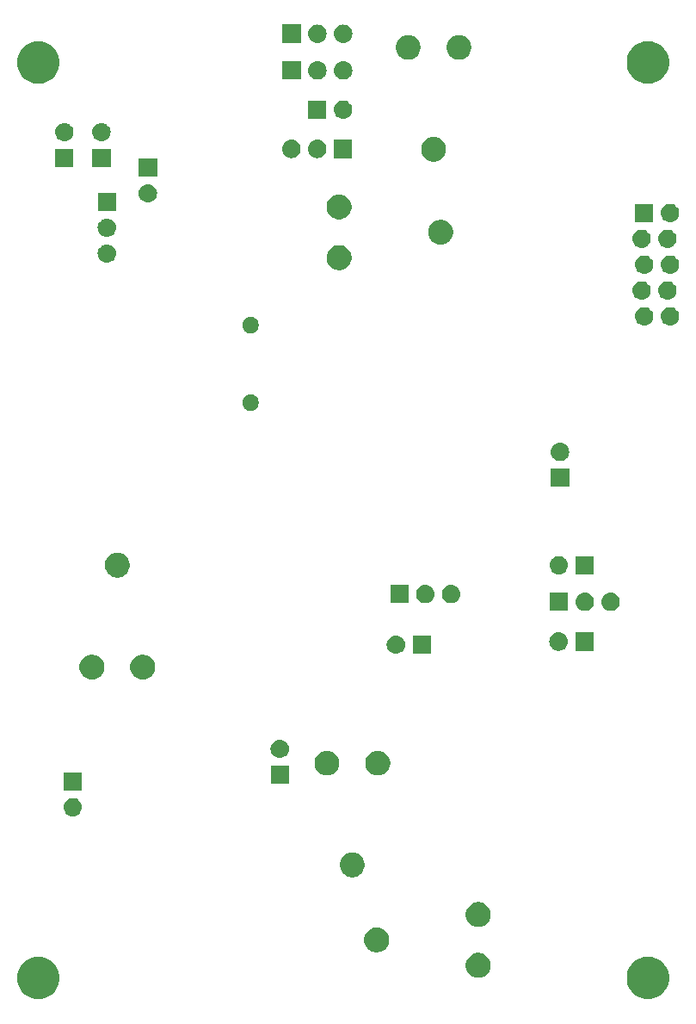
<source format=gbs>
G04 #@! TF.GenerationSoftware,KiCad,Pcbnew,(5.1.0)-1*
G04 #@! TF.CreationDate,2019-05-07T09:31:36-04:00*
G04 #@! TF.ProjectId,VCO_2,56434f5f-322e-46b6-9963-61645f706362,A*
G04 #@! TF.SameCoordinates,Original*
G04 #@! TF.FileFunction,Soldermask,Bot*
G04 #@! TF.FilePolarity,Negative*
%FSLAX46Y46*%
G04 Gerber Fmt 4.6, Leading zero omitted, Abs format (unit mm)*
G04 Created by KiCad (PCBNEW (5.1.0)-1) date 2019-05-07 09:31:36*
%MOMM*%
%LPD*%
G04 APERTURE LIST*
%ADD10C,0.100000*%
G04 APERTURE END LIST*
D10*
G36*
X115406373Y-142957024D02*
G01*
X115607589Y-142997048D01*
X115986671Y-143154069D01*
X116327835Y-143382028D01*
X116617972Y-143672165D01*
X116845931Y-144013329D01*
X117002952Y-144392411D01*
X117083000Y-144794842D01*
X117083000Y-145205158D01*
X117002952Y-145607589D01*
X116845931Y-145986671D01*
X116617972Y-146327835D01*
X116327835Y-146617972D01*
X115986671Y-146845931D01*
X115607589Y-147002952D01*
X115205159Y-147083000D01*
X114794841Y-147083000D01*
X114392411Y-147002952D01*
X114013329Y-146845931D01*
X113672165Y-146617972D01*
X113382028Y-146327835D01*
X113154069Y-145986671D01*
X112997048Y-145607589D01*
X112917000Y-145205158D01*
X112917000Y-144794842D01*
X112997048Y-144392411D01*
X113154069Y-144013329D01*
X113382028Y-143672165D01*
X113672165Y-143382028D01*
X114013329Y-143154069D01*
X114392411Y-142997048D01*
X114593627Y-142957024D01*
X114794841Y-142917000D01*
X115205159Y-142917000D01*
X115406373Y-142957024D01*
X115406373Y-142957024D01*
G37*
G36*
X55406373Y-142957024D02*
G01*
X55607589Y-142997048D01*
X55986671Y-143154069D01*
X56327835Y-143382028D01*
X56617972Y-143672165D01*
X56845931Y-144013329D01*
X57002952Y-144392411D01*
X57083000Y-144794842D01*
X57083000Y-145205158D01*
X57002952Y-145607589D01*
X56845931Y-145986671D01*
X56617972Y-146327835D01*
X56327835Y-146617972D01*
X55986671Y-146845931D01*
X55607589Y-147002952D01*
X55205159Y-147083000D01*
X54794841Y-147083000D01*
X54392411Y-147002952D01*
X54013329Y-146845931D01*
X53672165Y-146617972D01*
X53382028Y-146327835D01*
X53154069Y-145986671D01*
X52997048Y-145607589D01*
X52917000Y-145205158D01*
X52917000Y-144794842D01*
X52997048Y-144392411D01*
X53154069Y-144013329D01*
X53382028Y-143672165D01*
X53672165Y-143382028D01*
X54013329Y-143154069D01*
X54392411Y-142997048D01*
X54593627Y-142957024D01*
X54794841Y-142917000D01*
X55205159Y-142917000D01*
X55406373Y-142957024D01*
X55406373Y-142957024D01*
G37*
G36*
X98654153Y-142586122D02*
G01*
X98746194Y-142624247D01*
X98876359Y-142678163D01*
X99076342Y-142811787D01*
X99246413Y-142981858D01*
X99380037Y-143181841D01*
X99472078Y-143404048D01*
X99519000Y-143639941D01*
X99519000Y-143880459D01*
X99472078Y-144116352D01*
X99380037Y-144338559D01*
X99246413Y-144538542D01*
X99076342Y-144708613D01*
X98876359Y-144842237D01*
X98746194Y-144896153D01*
X98654153Y-144934278D01*
X98418259Y-144981200D01*
X98177741Y-144981200D01*
X97941847Y-144934278D01*
X97849806Y-144896153D01*
X97719641Y-144842237D01*
X97519658Y-144708613D01*
X97349587Y-144538542D01*
X97215963Y-144338559D01*
X97123922Y-144116352D01*
X97077000Y-143880459D01*
X97077000Y-143639941D01*
X97123922Y-143404048D01*
X97215963Y-143181841D01*
X97349587Y-142981858D01*
X97519658Y-142811787D01*
X97719641Y-142678163D01*
X97849806Y-142624247D01*
X97941847Y-142586122D01*
X98177741Y-142539200D01*
X98418259Y-142539200D01*
X98654153Y-142586122D01*
X98654153Y-142586122D01*
G37*
G36*
X88654153Y-140086122D02*
G01*
X88746194Y-140124247D01*
X88876359Y-140178163D01*
X89076342Y-140311787D01*
X89246413Y-140481858D01*
X89380037Y-140681841D01*
X89472078Y-140904048D01*
X89519000Y-141139941D01*
X89519000Y-141380459D01*
X89472078Y-141616352D01*
X89380037Y-141838559D01*
X89246413Y-142038542D01*
X89076342Y-142208613D01*
X88876359Y-142342237D01*
X88746194Y-142396153D01*
X88654153Y-142434278D01*
X88536205Y-142457739D01*
X88418259Y-142481200D01*
X88177741Y-142481200D01*
X88059795Y-142457739D01*
X87941847Y-142434278D01*
X87849806Y-142396153D01*
X87719641Y-142342237D01*
X87519658Y-142208613D01*
X87349587Y-142038542D01*
X87215963Y-141838559D01*
X87123922Y-141616352D01*
X87077000Y-141380459D01*
X87077000Y-141139941D01*
X87123922Y-140904048D01*
X87215963Y-140681841D01*
X87349587Y-140481858D01*
X87519658Y-140311787D01*
X87719641Y-140178163D01*
X87849806Y-140124247D01*
X87941847Y-140086122D01*
X88177741Y-140039200D01*
X88418259Y-140039200D01*
X88654153Y-140086122D01*
X88654153Y-140086122D01*
G37*
G36*
X98536205Y-137562661D02*
G01*
X98654153Y-137586122D01*
X98746194Y-137624247D01*
X98876359Y-137678163D01*
X99076342Y-137811787D01*
X99246413Y-137981858D01*
X99380037Y-138181841D01*
X99472078Y-138404048D01*
X99519000Y-138639941D01*
X99519000Y-138880459D01*
X99472078Y-139116352D01*
X99380037Y-139338559D01*
X99246413Y-139538542D01*
X99076342Y-139708613D01*
X98876359Y-139842237D01*
X98746194Y-139896153D01*
X98654153Y-139934278D01*
X98418259Y-139981200D01*
X98177741Y-139981200D01*
X97941847Y-139934278D01*
X97849806Y-139896153D01*
X97719641Y-139842237D01*
X97519658Y-139708613D01*
X97349587Y-139538542D01*
X97215963Y-139338559D01*
X97123922Y-139116352D01*
X97077000Y-138880459D01*
X97077000Y-138639941D01*
X97123922Y-138404048D01*
X97215963Y-138181841D01*
X97349587Y-137981858D01*
X97519658Y-137811787D01*
X97719641Y-137678163D01*
X97849806Y-137624247D01*
X97941847Y-137586122D01*
X98059795Y-137562661D01*
X98177741Y-137539200D01*
X98418259Y-137539200D01*
X98536205Y-137562661D01*
X98536205Y-137562661D01*
G37*
G36*
X86151805Y-132685861D02*
G01*
X86269753Y-132709322D01*
X86361794Y-132747447D01*
X86491959Y-132801363D01*
X86691942Y-132934987D01*
X86862013Y-133105058D01*
X86995637Y-133305041D01*
X87087678Y-133527248D01*
X87134600Y-133763141D01*
X87134600Y-134003659D01*
X87087678Y-134239552D01*
X86995637Y-134461759D01*
X86862013Y-134661742D01*
X86691942Y-134831813D01*
X86491959Y-134965437D01*
X86361794Y-135019353D01*
X86269753Y-135057478D01*
X86151805Y-135080939D01*
X86033859Y-135104400D01*
X85793341Y-135104400D01*
X85675395Y-135080939D01*
X85557447Y-135057478D01*
X85465406Y-135019353D01*
X85335241Y-134965437D01*
X85135258Y-134831813D01*
X84965187Y-134661742D01*
X84831563Y-134461759D01*
X84739522Y-134239552D01*
X84692600Y-134003659D01*
X84692600Y-133763141D01*
X84739522Y-133527248D01*
X84831563Y-133305041D01*
X84965187Y-133105058D01*
X85135258Y-132934987D01*
X85335241Y-132801363D01*
X85465406Y-132747447D01*
X85557447Y-132709322D01*
X85675395Y-132685861D01*
X85793341Y-132662400D01*
X86033859Y-132662400D01*
X86151805Y-132685861D01*
X86151805Y-132685861D01*
G37*
G36*
X58505042Y-127324718D02*
G01*
X58571227Y-127331237D01*
X58741066Y-127382757D01*
X58897591Y-127466422D01*
X58933329Y-127495752D01*
X59034786Y-127579014D01*
X59118048Y-127680471D01*
X59147378Y-127716209D01*
X59231043Y-127872734D01*
X59282563Y-128042573D01*
X59299959Y-128219200D01*
X59282563Y-128395827D01*
X59231043Y-128565666D01*
X59147378Y-128722191D01*
X59118048Y-128757929D01*
X59034786Y-128859386D01*
X58933329Y-128942648D01*
X58897591Y-128971978D01*
X58741066Y-129055643D01*
X58571227Y-129107163D01*
X58505043Y-129113681D01*
X58438860Y-129120200D01*
X58350340Y-129120200D01*
X58284157Y-129113681D01*
X58217973Y-129107163D01*
X58048134Y-129055643D01*
X57891609Y-128971978D01*
X57855871Y-128942648D01*
X57754414Y-128859386D01*
X57671152Y-128757929D01*
X57641822Y-128722191D01*
X57558157Y-128565666D01*
X57506637Y-128395827D01*
X57489241Y-128219200D01*
X57506637Y-128042573D01*
X57558157Y-127872734D01*
X57641822Y-127716209D01*
X57671152Y-127680471D01*
X57754414Y-127579014D01*
X57855871Y-127495752D01*
X57891609Y-127466422D01*
X58048134Y-127382757D01*
X58217973Y-127331237D01*
X58284158Y-127324718D01*
X58350340Y-127318200D01*
X58438860Y-127318200D01*
X58505042Y-127324718D01*
X58505042Y-127324718D01*
G37*
G36*
X59295600Y-126580200D02*
G01*
X57493600Y-126580200D01*
X57493600Y-124778200D01*
X59295600Y-124778200D01*
X59295600Y-126580200D01*
X59295600Y-126580200D01*
G37*
G36*
X79666400Y-125919800D02*
G01*
X77864400Y-125919800D01*
X77864400Y-124117800D01*
X79666400Y-124117800D01*
X79666400Y-125919800D01*
X79666400Y-125919800D01*
G37*
G36*
X88769753Y-122709322D02*
G01*
X88861794Y-122747447D01*
X88991959Y-122801363D01*
X89191942Y-122934987D01*
X89362013Y-123105058D01*
X89495637Y-123305041D01*
X89587678Y-123527248D01*
X89634600Y-123763141D01*
X89634600Y-124003659D01*
X89587678Y-124239552D01*
X89495637Y-124461759D01*
X89362013Y-124661742D01*
X89191942Y-124831813D01*
X88991959Y-124965437D01*
X88861794Y-125019353D01*
X88769753Y-125057478D01*
X88651805Y-125080939D01*
X88533859Y-125104400D01*
X88293341Y-125104400D01*
X88175395Y-125080939D01*
X88057447Y-125057478D01*
X87965406Y-125019353D01*
X87835241Y-124965437D01*
X87635258Y-124831813D01*
X87465187Y-124661742D01*
X87331563Y-124461759D01*
X87239522Y-124239552D01*
X87192600Y-124003659D01*
X87192600Y-123763141D01*
X87239522Y-123527248D01*
X87331563Y-123305041D01*
X87465187Y-123105058D01*
X87635258Y-122934987D01*
X87835241Y-122801363D01*
X87965406Y-122747447D01*
X88057447Y-122709322D01*
X88293341Y-122662400D01*
X88533859Y-122662400D01*
X88769753Y-122709322D01*
X88769753Y-122709322D01*
G37*
G36*
X83769753Y-122709322D02*
G01*
X83861794Y-122747447D01*
X83991959Y-122801363D01*
X84191942Y-122934987D01*
X84362013Y-123105058D01*
X84495637Y-123305041D01*
X84587678Y-123527248D01*
X84634600Y-123763141D01*
X84634600Y-124003659D01*
X84587678Y-124239552D01*
X84495637Y-124461759D01*
X84362013Y-124661742D01*
X84191942Y-124831813D01*
X83991959Y-124965437D01*
X83861794Y-125019353D01*
X83769753Y-125057478D01*
X83651805Y-125080939D01*
X83533859Y-125104400D01*
X83293341Y-125104400D01*
X83175395Y-125080939D01*
X83057447Y-125057478D01*
X82965406Y-125019353D01*
X82835241Y-124965437D01*
X82635258Y-124831813D01*
X82465187Y-124661742D01*
X82331563Y-124461759D01*
X82239522Y-124239552D01*
X82192600Y-124003659D01*
X82192600Y-123763141D01*
X82239522Y-123527248D01*
X82331563Y-123305041D01*
X82465187Y-123105058D01*
X82635258Y-122934987D01*
X82835241Y-122801363D01*
X82965406Y-122747447D01*
X83057447Y-122709322D01*
X83293341Y-122662400D01*
X83533859Y-122662400D01*
X83769753Y-122709322D01*
X83769753Y-122709322D01*
G37*
G36*
X78875842Y-121584318D02*
G01*
X78942027Y-121590837D01*
X79111866Y-121642357D01*
X79268391Y-121726022D01*
X79304129Y-121755352D01*
X79405586Y-121838614D01*
X79488848Y-121940071D01*
X79518178Y-121975809D01*
X79601843Y-122132334D01*
X79653363Y-122302173D01*
X79670759Y-122478800D01*
X79653363Y-122655427D01*
X79601843Y-122825266D01*
X79518178Y-122981791D01*
X79488848Y-123017529D01*
X79405586Y-123118986D01*
X79304129Y-123202248D01*
X79268391Y-123231578D01*
X79268389Y-123231579D01*
X79130953Y-123305041D01*
X79111866Y-123315243D01*
X78942027Y-123366763D01*
X78875843Y-123373281D01*
X78809660Y-123379800D01*
X78721140Y-123379800D01*
X78654957Y-123373281D01*
X78588773Y-123366763D01*
X78418934Y-123315243D01*
X78399848Y-123305041D01*
X78262411Y-123231579D01*
X78262409Y-123231578D01*
X78226671Y-123202248D01*
X78125214Y-123118986D01*
X78041952Y-123017529D01*
X78012622Y-122981791D01*
X77928957Y-122825266D01*
X77877437Y-122655427D01*
X77860041Y-122478800D01*
X77877437Y-122302173D01*
X77928957Y-122132334D01*
X78012622Y-121975809D01*
X78041952Y-121940071D01*
X78125214Y-121838614D01*
X78226671Y-121755352D01*
X78262409Y-121726022D01*
X78418934Y-121642357D01*
X78588773Y-121590837D01*
X78654958Y-121584318D01*
X78721140Y-121577800D01*
X78809660Y-121577800D01*
X78875842Y-121584318D01*
X78875842Y-121584318D01*
G37*
G36*
X65634153Y-113252922D02*
G01*
X65726194Y-113291047D01*
X65856359Y-113344963D01*
X66056342Y-113478587D01*
X66226413Y-113648658D01*
X66360037Y-113848641D01*
X66452078Y-114070848D01*
X66499000Y-114306741D01*
X66499000Y-114547259D01*
X66452078Y-114783152D01*
X66360037Y-115005359D01*
X66226413Y-115205342D01*
X66056342Y-115375413D01*
X65856359Y-115509037D01*
X65726194Y-115562953D01*
X65634153Y-115601078D01*
X65516205Y-115624539D01*
X65398259Y-115648000D01*
X65157741Y-115648000D01*
X65039795Y-115624539D01*
X64921847Y-115601078D01*
X64829806Y-115562953D01*
X64699641Y-115509037D01*
X64499658Y-115375413D01*
X64329587Y-115205342D01*
X64195963Y-115005359D01*
X64103922Y-114783152D01*
X64057000Y-114547259D01*
X64057000Y-114306741D01*
X64103922Y-114070848D01*
X64195963Y-113848641D01*
X64329587Y-113648658D01*
X64499658Y-113478587D01*
X64699641Y-113344963D01*
X64829806Y-113291047D01*
X64921847Y-113252922D01*
X65157741Y-113206000D01*
X65398259Y-113206000D01*
X65634153Y-113252922D01*
X65634153Y-113252922D01*
G37*
G36*
X60634153Y-113252922D02*
G01*
X60726194Y-113291047D01*
X60856359Y-113344963D01*
X61056342Y-113478587D01*
X61226413Y-113648658D01*
X61360037Y-113848641D01*
X61452078Y-114070848D01*
X61499000Y-114306741D01*
X61499000Y-114547259D01*
X61452078Y-114783152D01*
X61360037Y-115005359D01*
X61226413Y-115205342D01*
X61056342Y-115375413D01*
X60856359Y-115509037D01*
X60726194Y-115562953D01*
X60634153Y-115601078D01*
X60516205Y-115624539D01*
X60398259Y-115648000D01*
X60157741Y-115648000D01*
X60039795Y-115624539D01*
X59921847Y-115601078D01*
X59829806Y-115562953D01*
X59699641Y-115509037D01*
X59499658Y-115375413D01*
X59329587Y-115205342D01*
X59195963Y-115005359D01*
X59103922Y-114783152D01*
X59057000Y-114547259D01*
X59057000Y-114306741D01*
X59103922Y-114070848D01*
X59195963Y-113848641D01*
X59329587Y-113648658D01*
X59499658Y-113478587D01*
X59699641Y-113344963D01*
X59829806Y-113291047D01*
X59921847Y-113252922D01*
X60157741Y-113206000D01*
X60398259Y-113206000D01*
X60634153Y-113252922D01*
X60634153Y-113252922D01*
G37*
G36*
X93636400Y-113143600D02*
G01*
X91834400Y-113143600D01*
X91834400Y-111341600D01*
X93636400Y-111341600D01*
X93636400Y-113143600D01*
X93636400Y-113143600D01*
G37*
G36*
X90305843Y-111348119D02*
G01*
X90372027Y-111354637D01*
X90541866Y-111406157D01*
X90698391Y-111489822D01*
X90734129Y-111519152D01*
X90835586Y-111602414D01*
X90918848Y-111703871D01*
X90948178Y-111739609D01*
X91031843Y-111896134D01*
X91083363Y-112065973D01*
X91100759Y-112242600D01*
X91083363Y-112419227D01*
X91031843Y-112589066D01*
X90948178Y-112745591D01*
X90924664Y-112774243D01*
X90835586Y-112882786D01*
X90734129Y-112966048D01*
X90698391Y-112995378D01*
X90541866Y-113079043D01*
X90372027Y-113130563D01*
X90305842Y-113137082D01*
X90239660Y-113143600D01*
X90151140Y-113143600D01*
X90084958Y-113137082D01*
X90018773Y-113130563D01*
X89848934Y-113079043D01*
X89692409Y-112995378D01*
X89656671Y-112966048D01*
X89555214Y-112882786D01*
X89466136Y-112774243D01*
X89442622Y-112745591D01*
X89358957Y-112589066D01*
X89307437Y-112419227D01*
X89290041Y-112242600D01*
X89307437Y-112065973D01*
X89358957Y-111896134D01*
X89442622Y-111739609D01*
X89471952Y-111703871D01*
X89555214Y-111602414D01*
X89656671Y-111519152D01*
X89692409Y-111489822D01*
X89848934Y-111406157D01*
X90018773Y-111354637D01*
X90084957Y-111348119D01*
X90151140Y-111341600D01*
X90239660Y-111341600D01*
X90305843Y-111348119D01*
X90305843Y-111348119D01*
G37*
G36*
X106307842Y-111043318D02*
G01*
X106374027Y-111049837D01*
X106543866Y-111101357D01*
X106700391Y-111185022D01*
X106736129Y-111214352D01*
X106837586Y-111297614D01*
X106920848Y-111399071D01*
X106950178Y-111434809D01*
X107033843Y-111591334D01*
X107085363Y-111761173D01*
X107102759Y-111937800D01*
X107085363Y-112114427D01*
X107033843Y-112284266D01*
X106950178Y-112440791D01*
X106920848Y-112476529D01*
X106837586Y-112577986D01*
X106736129Y-112661248D01*
X106700391Y-112690578D01*
X106543866Y-112774243D01*
X106374027Y-112825763D01*
X106307842Y-112832282D01*
X106241660Y-112838800D01*
X106153140Y-112838800D01*
X106086958Y-112832282D01*
X106020773Y-112825763D01*
X105850934Y-112774243D01*
X105694409Y-112690578D01*
X105658671Y-112661248D01*
X105557214Y-112577986D01*
X105473952Y-112476529D01*
X105444622Y-112440791D01*
X105360957Y-112284266D01*
X105309437Y-112114427D01*
X105292041Y-111937800D01*
X105309437Y-111761173D01*
X105360957Y-111591334D01*
X105444622Y-111434809D01*
X105473952Y-111399071D01*
X105557214Y-111297614D01*
X105658671Y-111214352D01*
X105694409Y-111185022D01*
X105850934Y-111101357D01*
X106020773Y-111049837D01*
X106086958Y-111043318D01*
X106153140Y-111036800D01*
X106241660Y-111036800D01*
X106307842Y-111043318D01*
X106307842Y-111043318D01*
G37*
G36*
X109638400Y-112838800D02*
G01*
X107836400Y-112838800D01*
X107836400Y-111036800D01*
X109638400Y-111036800D01*
X109638400Y-112838800D01*
X109638400Y-112838800D01*
G37*
G36*
X107149200Y-108927200D02*
G01*
X105347200Y-108927200D01*
X105347200Y-107125200D01*
X107149200Y-107125200D01*
X107149200Y-108927200D01*
X107149200Y-108927200D01*
G37*
G36*
X111438643Y-107131719D02*
G01*
X111504827Y-107138237D01*
X111674666Y-107189757D01*
X111831191Y-107273422D01*
X111866929Y-107302752D01*
X111968386Y-107386014D01*
X112051648Y-107487471D01*
X112080978Y-107523209D01*
X112164643Y-107679734D01*
X112216163Y-107849573D01*
X112233559Y-108026200D01*
X112216163Y-108202827D01*
X112164643Y-108372666D01*
X112080978Y-108529191D01*
X112051648Y-108564929D01*
X111968386Y-108666386D01*
X111866929Y-108749648D01*
X111831191Y-108778978D01*
X111674666Y-108862643D01*
X111504827Y-108914163D01*
X111438642Y-108920682D01*
X111372460Y-108927200D01*
X111283940Y-108927200D01*
X111217758Y-108920682D01*
X111151573Y-108914163D01*
X110981734Y-108862643D01*
X110825209Y-108778978D01*
X110789471Y-108749648D01*
X110688014Y-108666386D01*
X110604752Y-108564929D01*
X110575422Y-108529191D01*
X110491757Y-108372666D01*
X110440237Y-108202827D01*
X110422841Y-108026200D01*
X110440237Y-107849573D01*
X110491757Y-107679734D01*
X110575422Y-107523209D01*
X110604752Y-107487471D01*
X110688014Y-107386014D01*
X110789471Y-107302752D01*
X110825209Y-107273422D01*
X110981734Y-107189757D01*
X111151573Y-107138237D01*
X111217757Y-107131719D01*
X111283940Y-107125200D01*
X111372460Y-107125200D01*
X111438643Y-107131719D01*
X111438643Y-107131719D01*
G37*
G36*
X108898643Y-107131719D02*
G01*
X108964827Y-107138237D01*
X109134666Y-107189757D01*
X109291191Y-107273422D01*
X109326929Y-107302752D01*
X109428386Y-107386014D01*
X109511648Y-107487471D01*
X109540978Y-107523209D01*
X109624643Y-107679734D01*
X109676163Y-107849573D01*
X109693559Y-108026200D01*
X109676163Y-108202827D01*
X109624643Y-108372666D01*
X109540978Y-108529191D01*
X109511648Y-108564929D01*
X109428386Y-108666386D01*
X109326929Y-108749648D01*
X109291191Y-108778978D01*
X109134666Y-108862643D01*
X108964827Y-108914163D01*
X108898642Y-108920682D01*
X108832460Y-108927200D01*
X108743940Y-108927200D01*
X108677758Y-108920682D01*
X108611573Y-108914163D01*
X108441734Y-108862643D01*
X108285209Y-108778978D01*
X108249471Y-108749648D01*
X108148014Y-108666386D01*
X108064752Y-108564929D01*
X108035422Y-108529191D01*
X107951757Y-108372666D01*
X107900237Y-108202827D01*
X107882841Y-108026200D01*
X107900237Y-107849573D01*
X107951757Y-107679734D01*
X108035422Y-107523209D01*
X108064752Y-107487471D01*
X108148014Y-107386014D01*
X108249471Y-107302752D01*
X108285209Y-107273422D01*
X108441734Y-107189757D01*
X108611573Y-107138237D01*
X108677757Y-107131719D01*
X108743940Y-107125200D01*
X108832460Y-107125200D01*
X108898643Y-107131719D01*
X108898643Y-107131719D01*
G37*
G36*
X93201443Y-106369719D02*
G01*
X93267627Y-106376237D01*
X93437466Y-106427757D01*
X93593991Y-106511422D01*
X93629729Y-106540752D01*
X93731186Y-106624014D01*
X93814448Y-106725471D01*
X93843778Y-106761209D01*
X93927443Y-106917734D01*
X93978963Y-107087573D01*
X93996359Y-107264200D01*
X93978963Y-107440827D01*
X93927443Y-107610666D01*
X93843778Y-107767191D01*
X93814448Y-107802929D01*
X93731186Y-107904386D01*
X93629729Y-107987648D01*
X93593991Y-108016978D01*
X93437466Y-108100643D01*
X93267627Y-108152163D01*
X93201443Y-108158681D01*
X93135260Y-108165200D01*
X93046740Y-108165200D01*
X92980557Y-108158681D01*
X92914373Y-108152163D01*
X92744534Y-108100643D01*
X92588009Y-108016978D01*
X92552271Y-107987648D01*
X92450814Y-107904386D01*
X92367552Y-107802929D01*
X92338222Y-107767191D01*
X92254557Y-107610666D01*
X92203037Y-107440827D01*
X92185641Y-107264200D01*
X92203037Y-107087573D01*
X92254557Y-106917734D01*
X92338222Y-106761209D01*
X92367552Y-106725471D01*
X92450814Y-106624014D01*
X92552271Y-106540752D01*
X92588009Y-106511422D01*
X92744534Y-106427757D01*
X92914373Y-106376237D01*
X92980557Y-106369719D01*
X93046740Y-106363200D01*
X93135260Y-106363200D01*
X93201443Y-106369719D01*
X93201443Y-106369719D01*
G37*
G36*
X95741443Y-106369719D02*
G01*
X95807627Y-106376237D01*
X95977466Y-106427757D01*
X96133991Y-106511422D01*
X96169729Y-106540752D01*
X96271186Y-106624014D01*
X96354448Y-106725471D01*
X96383778Y-106761209D01*
X96467443Y-106917734D01*
X96518963Y-107087573D01*
X96536359Y-107264200D01*
X96518963Y-107440827D01*
X96467443Y-107610666D01*
X96383778Y-107767191D01*
X96354448Y-107802929D01*
X96271186Y-107904386D01*
X96169729Y-107987648D01*
X96133991Y-108016978D01*
X95977466Y-108100643D01*
X95807627Y-108152163D01*
X95741443Y-108158681D01*
X95675260Y-108165200D01*
X95586740Y-108165200D01*
X95520557Y-108158681D01*
X95454373Y-108152163D01*
X95284534Y-108100643D01*
X95128009Y-108016978D01*
X95092271Y-107987648D01*
X94990814Y-107904386D01*
X94907552Y-107802929D01*
X94878222Y-107767191D01*
X94794557Y-107610666D01*
X94743037Y-107440827D01*
X94725641Y-107264200D01*
X94743037Y-107087573D01*
X94794557Y-106917734D01*
X94878222Y-106761209D01*
X94907552Y-106725471D01*
X94990814Y-106624014D01*
X95092271Y-106540752D01*
X95128009Y-106511422D01*
X95284534Y-106427757D01*
X95454373Y-106376237D01*
X95520557Y-106369719D01*
X95586740Y-106363200D01*
X95675260Y-106363200D01*
X95741443Y-106369719D01*
X95741443Y-106369719D01*
G37*
G36*
X91452000Y-108165200D02*
G01*
X89650000Y-108165200D01*
X89650000Y-106363200D01*
X91452000Y-106363200D01*
X91452000Y-108165200D01*
X91452000Y-108165200D01*
G37*
G36*
X63134153Y-103252922D02*
G01*
X63226194Y-103291047D01*
X63356359Y-103344963D01*
X63556342Y-103478587D01*
X63726413Y-103648658D01*
X63860037Y-103848641D01*
X63888107Y-103916409D01*
X63952078Y-104070847D01*
X63999000Y-104306742D01*
X63999000Y-104547258D01*
X63955517Y-104765866D01*
X63952078Y-104783152D01*
X63860037Y-105005359D01*
X63726413Y-105205342D01*
X63556342Y-105375413D01*
X63356359Y-105509037D01*
X63226194Y-105562953D01*
X63134153Y-105601078D01*
X63016205Y-105624539D01*
X62898259Y-105648000D01*
X62657741Y-105648000D01*
X62539795Y-105624539D01*
X62421847Y-105601078D01*
X62329806Y-105562953D01*
X62199641Y-105509037D01*
X61999658Y-105375413D01*
X61829587Y-105205342D01*
X61695963Y-105005359D01*
X61603922Y-104783152D01*
X61600484Y-104765866D01*
X61557000Y-104547258D01*
X61557000Y-104306742D01*
X61603922Y-104070847D01*
X61667893Y-103916409D01*
X61695963Y-103848641D01*
X61829587Y-103648658D01*
X61999658Y-103478587D01*
X62199641Y-103344963D01*
X62329806Y-103291047D01*
X62421847Y-103252922D01*
X62657741Y-103206000D01*
X62898259Y-103206000D01*
X63134153Y-103252922D01*
X63134153Y-103252922D01*
G37*
G36*
X109663800Y-105320400D02*
G01*
X107861800Y-105320400D01*
X107861800Y-103518400D01*
X109663800Y-103518400D01*
X109663800Y-105320400D01*
X109663800Y-105320400D01*
G37*
G36*
X106333242Y-103524918D02*
G01*
X106399427Y-103531437D01*
X106569266Y-103582957D01*
X106725791Y-103666622D01*
X106761529Y-103695952D01*
X106862986Y-103779214D01*
X106919962Y-103848641D01*
X106975578Y-103916409D01*
X106975579Y-103916411D01*
X107058128Y-104070847D01*
X107059243Y-104072934D01*
X107110763Y-104242773D01*
X107128159Y-104419400D01*
X107110763Y-104596027D01*
X107059243Y-104765866D01*
X106975578Y-104922391D01*
X106946248Y-104958129D01*
X106862986Y-105059586D01*
X106761529Y-105142848D01*
X106725791Y-105172178D01*
X106569266Y-105255843D01*
X106399427Y-105307363D01*
X106333243Y-105313881D01*
X106267060Y-105320400D01*
X106178540Y-105320400D01*
X106112357Y-105313881D01*
X106046173Y-105307363D01*
X105876334Y-105255843D01*
X105719809Y-105172178D01*
X105684071Y-105142848D01*
X105582614Y-105059586D01*
X105499352Y-104958129D01*
X105470022Y-104922391D01*
X105386357Y-104765866D01*
X105334837Y-104596027D01*
X105317441Y-104419400D01*
X105334837Y-104242773D01*
X105386357Y-104072934D01*
X105387473Y-104070847D01*
X105470021Y-103916411D01*
X105470022Y-103916409D01*
X105525638Y-103848641D01*
X105582614Y-103779214D01*
X105684071Y-103695952D01*
X105719809Y-103666622D01*
X105876334Y-103582957D01*
X106046173Y-103531437D01*
X106112358Y-103524918D01*
X106178540Y-103518400D01*
X106267060Y-103518400D01*
X106333242Y-103524918D01*
X106333242Y-103524918D01*
G37*
G36*
X107250800Y-96735200D02*
G01*
X105448800Y-96735200D01*
X105448800Y-94933200D01*
X107250800Y-94933200D01*
X107250800Y-96735200D01*
X107250800Y-96735200D01*
G37*
G36*
X106460243Y-92399719D02*
G01*
X106526427Y-92406237D01*
X106696266Y-92457757D01*
X106852791Y-92541422D01*
X106888529Y-92570752D01*
X106989986Y-92654014D01*
X107073248Y-92755471D01*
X107102578Y-92791209D01*
X107186243Y-92947734D01*
X107237763Y-93117573D01*
X107255159Y-93294200D01*
X107237763Y-93470827D01*
X107186243Y-93640666D01*
X107102578Y-93797191D01*
X107073248Y-93832929D01*
X106989986Y-93934386D01*
X106888529Y-94017648D01*
X106852791Y-94046978D01*
X106696266Y-94130643D01*
X106526427Y-94182163D01*
X106460242Y-94188682D01*
X106394060Y-94195200D01*
X106305540Y-94195200D01*
X106239358Y-94188682D01*
X106173173Y-94182163D01*
X106003334Y-94130643D01*
X105846809Y-94046978D01*
X105811071Y-94017648D01*
X105709614Y-93934386D01*
X105626352Y-93832929D01*
X105597022Y-93797191D01*
X105513357Y-93640666D01*
X105461837Y-93470827D01*
X105444441Y-93294200D01*
X105461837Y-93117573D01*
X105513357Y-92947734D01*
X105597022Y-92791209D01*
X105626352Y-92755471D01*
X105709614Y-92654014D01*
X105811071Y-92570752D01*
X105846809Y-92541422D01*
X106003334Y-92457757D01*
X106173173Y-92406237D01*
X106239357Y-92399719D01*
X106305540Y-92393200D01*
X106394060Y-92393200D01*
X106460243Y-92399719D01*
X106460243Y-92399719D01*
G37*
G36*
X76132342Y-87661042D02*
G01*
X76280301Y-87722329D01*
X76413455Y-87811299D01*
X76526701Y-87924545D01*
X76615671Y-88057699D01*
X76676958Y-88205658D01*
X76708200Y-88362725D01*
X76708200Y-88522875D01*
X76676958Y-88679942D01*
X76615671Y-88827901D01*
X76526701Y-88961055D01*
X76413455Y-89074301D01*
X76280301Y-89163271D01*
X76132342Y-89224558D01*
X75975275Y-89255800D01*
X75815125Y-89255800D01*
X75658058Y-89224558D01*
X75510099Y-89163271D01*
X75376945Y-89074301D01*
X75263699Y-88961055D01*
X75174729Y-88827901D01*
X75113442Y-88679942D01*
X75082200Y-88522875D01*
X75082200Y-88362725D01*
X75113442Y-88205658D01*
X75174729Y-88057699D01*
X75263699Y-87924545D01*
X75376945Y-87811299D01*
X75510099Y-87722329D01*
X75658058Y-87661042D01*
X75815125Y-87629800D01*
X75975275Y-87629800D01*
X76132342Y-87661042D01*
X76132342Y-87661042D01*
G37*
G36*
X76132342Y-80041042D02*
G01*
X76280301Y-80102329D01*
X76413455Y-80191299D01*
X76526701Y-80304545D01*
X76615671Y-80437699D01*
X76676958Y-80585658D01*
X76708200Y-80742725D01*
X76708200Y-80902875D01*
X76676958Y-81059942D01*
X76615671Y-81207901D01*
X76526701Y-81341055D01*
X76413455Y-81454301D01*
X76280301Y-81543271D01*
X76132342Y-81604558D01*
X75975275Y-81635800D01*
X75815125Y-81635800D01*
X75658058Y-81604558D01*
X75510099Y-81543271D01*
X75376945Y-81454301D01*
X75263699Y-81341055D01*
X75174729Y-81207901D01*
X75113442Y-81059942D01*
X75082200Y-80902875D01*
X75082200Y-80742725D01*
X75113442Y-80585658D01*
X75174729Y-80437699D01*
X75263699Y-80304545D01*
X75376945Y-80191299D01*
X75510099Y-80102329D01*
X75658058Y-80041042D01*
X75815125Y-80009800D01*
X75975275Y-80009800D01*
X76132342Y-80041042D01*
X76132342Y-80041042D01*
G37*
G36*
X117280642Y-79064718D02*
G01*
X117346827Y-79071237D01*
X117516666Y-79122757D01*
X117673191Y-79206422D01*
X117708929Y-79235752D01*
X117810386Y-79319014D01*
X117893648Y-79420471D01*
X117922978Y-79456209D01*
X118006643Y-79612734D01*
X118058163Y-79782573D01*
X118075559Y-79959200D01*
X118058163Y-80135827D01*
X118006643Y-80305666D01*
X117922978Y-80462191D01*
X117893648Y-80497929D01*
X117810386Y-80599386D01*
X117708929Y-80682648D01*
X117673191Y-80711978D01*
X117516666Y-80795643D01*
X117346827Y-80847163D01*
X117280642Y-80853682D01*
X117214460Y-80860200D01*
X117125940Y-80860200D01*
X117059758Y-80853682D01*
X116993573Y-80847163D01*
X116823734Y-80795643D01*
X116667209Y-80711978D01*
X116631471Y-80682648D01*
X116530014Y-80599386D01*
X116446752Y-80497929D01*
X116417422Y-80462191D01*
X116333757Y-80305666D01*
X116282237Y-80135827D01*
X116264841Y-79959200D01*
X116282237Y-79782573D01*
X116333757Y-79612734D01*
X116417422Y-79456209D01*
X116446752Y-79420471D01*
X116530014Y-79319014D01*
X116631471Y-79235752D01*
X116667209Y-79206422D01*
X116823734Y-79122757D01*
X116993573Y-79071237D01*
X117059758Y-79064718D01*
X117125940Y-79058200D01*
X117214460Y-79058200D01*
X117280642Y-79064718D01*
X117280642Y-79064718D01*
G37*
G36*
X114740642Y-79064718D02*
G01*
X114806827Y-79071237D01*
X114976666Y-79122757D01*
X115133191Y-79206422D01*
X115168929Y-79235752D01*
X115270386Y-79319014D01*
X115353648Y-79420471D01*
X115382978Y-79456209D01*
X115466643Y-79612734D01*
X115518163Y-79782573D01*
X115535559Y-79959200D01*
X115518163Y-80135827D01*
X115466643Y-80305666D01*
X115382978Y-80462191D01*
X115353648Y-80497929D01*
X115270386Y-80599386D01*
X115168929Y-80682648D01*
X115133191Y-80711978D01*
X114976666Y-80795643D01*
X114806827Y-80847163D01*
X114740642Y-80853682D01*
X114674460Y-80860200D01*
X114585940Y-80860200D01*
X114519758Y-80853682D01*
X114453573Y-80847163D01*
X114283734Y-80795643D01*
X114127209Y-80711978D01*
X114091471Y-80682648D01*
X113990014Y-80599386D01*
X113906752Y-80497929D01*
X113877422Y-80462191D01*
X113793757Y-80305666D01*
X113742237Y-80135827D01*
X113724841Y-79959200D01*
X113742237Y-79782573D01*
X113793757Y-79612734D01*
X113877422Y-79456209D01*
X113906752Y-79420471D01*
X113990014Y-79319014D01*
X114091471Y-79235752D01*
X114127209Y-79206422D01*
X114283734Y-79122757D01*
X114453573Y-79071237D01*
X114519758Y-79064718D01*
X114585940Y-79058200D01*
X114674460Y-79058200D01*
X114740642Y-79064718D01*
X114740642Y-79064718D01*
G37*
G36*
X114486643Y-76524719D02*
G01*
X114552827Y-76531237D01*
X114722666Y-76582757D01*
X114879191Y-76666422D01*
X114914929Y-76695752D01*
X115016386Y-76779014D01*
X115099648Y-76880471D01*
X115128978Y-76916209D01*
X115212643Y-77072734D01*
X115264163Y-77242573D01*
X115281559Y-77419200D01*
X115264163Y-77595827D01*
X115212643Y-77765666D01*
X115128978Y-77922191D01*
X115099648Y-77957929D01*
X115016386Y-78059386D01*
X114914929Y-78142648D01*
X114879191Y-78171978D01*
X114722666Y-78255643D01*
X114552827Y-78307163D01*
X114486643Y-78313681D01*
X114420460Y-78320200D01*
X114331940Y-78320200D01*
X114265757Y-78313681D01*
X114199573Y-78307163D01*
X114029734Y-78255643D01*
X113873209Y-78171978D01*
X113837471Y-78142648D01*
X113736014Y-78059386D01*
X113652752Y-77957929D01*
X113623422Y-77922191D01*
X113539757Y-77765666D01*
X113488237Y-77595827D01*
X113470841Y-77419200D01*
X113488237Y-77242573D01*
X113539757Y-77072734D01*
X113623422Y-76916209D01*
X113652752Y-76880471D01*
X113736014Y-76779014D01*
X113837471Y-76695752D01*
X113873209Y-76666422D01*
X114029734Y-76582757D01*
X114199573Y-76531237D01*
X114265757Y-76524719D01*
X114331940Y-76518200D01*
X114420460Y-76518200D01*
X114486643Y-76524719D01*
X114486643Y-76524719D01*
G37*
G36*
X117026643Y-76524719D02*
G01*
X117092827Y-76531237D01*
X117262666Y-76582757D01*
X117419191Y-76666422D01*
X117454929Y-76695752D01*
X117556386Y-76779014D01*
X117639648Y-76880471D01*
X117668978Y-76916209D01*
X117752643Y-77072734D01*
X117804163Y-77242573D01*
X117821559Y-77419200D01*
X117804163Y-77595827D01*
X117752643Y-77765666D01*
X117668978Y-77922191D01*
X117639648Y-77957929D01*
X117556386Y-78059386D01*
X117454929Y-78142648D01*
X117419191Y-78171978D01*
X117262666Y-78255643D01*
X117092827Y-78307163D01*
X117026643Y-78313681D01*
X116960460Y-78320200D01*
X116871940Y-78320200D01*
X116805757Y-78313681D01*
X116739573Y-78307163D01*
X116569734Y-78255643D01*
X116413209Y-78171978D01*
X116377471Y-78142648D01*
X116276014Y-78059386D01*
X116192752Y-77957929D01*
X116163422Y-77922191D01*
X116079757Y-77765666D01*
X116028237Y-77595827D01*
X116010841Y-77419200D01*
X116028237Y-77242573D01*
X116079757Y-77072734D01*
X116163422Y-76916209D01*
X116192752Y-76880471D01*
X116276014Y-76779014D01*
X116377471Y-76695752D01*
X116413209Y-76666422D01*
X116569734Y-76582757D01*
X116739573Y-76531237D01*
X116805757Y-76524719D01*
X116871940Y-76518200D01*
X116960460Y-76518200D01*
X117026643Y-76524719D01*
X117026643Y-76524719D01*
G37*
G36*
X114740642Y-73984718D02*
G01*
X114806827Y-73991237D01*
X114976666Y-74042757D01*
X115133191Y-74126422D01*
X115168929Y-74155752D01*
X115270386Y-74239014D01*
X115328525Y-74309858D01*
X115382978Y-74376209D01*
X115466643Y-74532734D01*
X115518163Y-74702573D01*
X115535559Y-74879200D01*
X115518163Y-75055827D01*
X115466643Y-75225666D01*
X115382978Y-75382191D01*
X115359663Y-75410600D01*
X115270386Y-75519386D01*
X115168929Y-75602648D01*
X115133191Y-75631978D01*
X114976666Y-75715643D01*
X114806827Y-75767163D01*
X114740643Y-75773681D01*
X114674460Y-75780200D01*
X114585940Y-75780200D01*
X114519757Y-75773681D01*
X114453573Y-75767163D01*
X114283734Y-75715643D01*
X114127209Y-75631978D01*
X114091471Y-75602648D01*
X113990014Y-75519386D01*
X113900737Y-75410600D01*
X113877422Y-75382191D01*
X113793757Y-75225666D01*
X113742237Y-75055827D01*
X113724841Y-74879200D01*
X113742237Y-74702573D01*
X113793757Y-74532734D01*
X113877422Y-74376209D01*
X113931875Y-74309858D01*
X113990014Y-74239014D01*
X114091471Y-74155752D01*
X114127209Y-74126422D01*
X114283734Y-74042757D01*
X114453573Y-73991237D01*
X114519758Y-73984718D01*
X114585940Y-73978200D01*
X114674460Y-73978200D01*
X114740642Y-73984718D01*
X114740642Y-73984718D01*
G37*
G36*
X117280642Y-73984718D02*
G01*
X117346827Y-73991237D01*
X117516666Y-74042757D01*
X117673191Y-74126422D01*
X117708929Y-74155752D01*
X117810386Y-74239014D01*
X117868525Y-74309858D01*
X117922978Y-74376209D01*
X118006643Y-74532734D01*
X118058163Y-74702573D01*
X118075559Y-74879200D01*
X118058163Y-75055827D01*
X118006643Y-75225666D01*
X117922978Y-75382191D01*
X117899663Y-75410600D01*
X117810386Y-75519386D01*
X117708929Y-75602648D01*
X117673191Y-75631978D01*
X117516666Y-75715643D01*
X117346827Y-75767163D01*
X117280643Y-75773681D01*
X117214460Y-75780200D01*
X117125940Y-75780200D01*
X117059757Y-75773681D01*
X116993573Y-75767163D01*
X116823734Y-75715643D01*
X116667209Y-75631978D01*
X116631471Y-75602648D01*
X116530014Y-75519386D01*
X116440737Y-75410600D01*
X116417422Y-75382191D01*
X116333757Y-75225666D01*
X116282237Y-75055827D01*
X116264841Y-74879200D01*
X116282237Y-74702573D01*
X116333757Y-74532734D01*
X116417422Y-74376209D01*
X116471875Y-74309858D01*
X116530014Y-74239014D01*
X116631471Y-74155752D01*
X116667209Y-74126422D01*
X116823734Y-74042757D01*
X116993573Y-73991237D01*
X117059758Y-73984718D01*
X117125940Y-73978200D01*
X117214460Y-73978200D01*
X117280642Y-73984718D01*
X117280642Y-73984718D01*
G37*
G36*
X84963553Y-73015522D02*
G01*
X85008698Y-73034222D01*
X85185759Y-73107563D01*
X85385742Y-73241187D01*
X85555813Y-73411258D01*
X85689437Y-73611241D01*
X85743353Y-73741406D01*
X85781478Y-73833447D01*
X85828400Y-74069342D01*
X85828400Y-74309858D01*
X85784068Y-74532734D01*
X85781478Y-74545752D01*
X85689437Y-74767959D01*
X85555813Y-74967942D01*
X85385742Y-75138013D01*
X85185759Y-75271637D01*
X85055594Y-75325553D01*
X84963553Y-75363678D01*
X84870491Y-75382189D01*
X84727659Y-75410600D01*
X84487141Y-75410600D01*
X84344309Y-75382189D01*
X84251247Y-75363678D01*
X84159206Y-75325553D01*
X84029041Y-75271637D01*
X83829058Y-75138013D01*
X83658987Y-74967942D01*
X83525363Y-74767959D01*
X83433322Y-74545752D01*
X83430733Y-74532734D01*
X83386400Y-74309858D01*
X83386400Y-74069342D01*
X83433322Y-73833447D01*
X83471447Y-73741406D01*
X83525363Y-73611241D01*
X83658987Y-73411258D01*
X83829058Y-73241187D01*
X84029041Y-73107563D01*
X84206102Y-73034222D01*
X84251247Y-73015522D01*
X84487141Y-72968600D01*
X84727659Y-72968600D01*
X84963553Y-73015522D01*
X84963553Y-73015522D01*
G37*
G36*
X61857842Y-72892518D02*
G01*
X61924027Y-72899037D01*
X62093866Y-72950557D01*
X62250391Y-73034222D01*
X62286129Y-73063552D01*
X62387586Y-73146814D01*
X62464225Y-73240200D01*
X62500178Y-73284009D01*
X62583843Y-73440534D01*
X62635363Y-73610373D01*
X62652759Y-73787000D01*
X62635363Y-73963627D01*
X62583843Y-74133466D01*
X62500178Y-74289991D01*
X62470848Y-74325729D01*
X62387586Y-74427186D01*
X62286129Y-74510448D01*
X62250391Y-74539778D01*
X62093866Y-74623443D01*
X61924027Y-74674963D01*
X61857842Y-74681482D01*
X61791660Y-74688000D01*
X61703140Y-74688000D01*
X61636958Y-74681482D01*
X61570773Y-74674963D01*
X61400934Y-74623443D01*
X61244409Y-74539778D01*
X61208671Y-74510448D01*
X61107214Y-74427186D01*
X61023952Y-74325729D01*
X60994622Y-74289991D01*
X60910957Y-74133466D01*
X60859437Y-73963627D01*
X60842041Y-73787000D01*
X60859437Y-73610373D01*
X60910957Y-73440534D01*
X60994622Y-73284009D01*
X61030575Y-73240200D01*
X61107214Y-73146814D01*
X61208671Y-73063552D01*
X61244409Y-73034222D01*
X61400934Y-72950557D01*
X61570773Y-72899037D01*
X61636958Y-72892518D01*
X61703140Y-72886000D01*
X61791660Y-72886000D01*
X61857842Y-72892518D01*
X61857842Y-72892518D01*
G37*
G36*
X117026643Y-71444719D02*
G01*
X117092827Y-71451237D01*
X117262666Y-71502757D01*
X117419191Y-71586422D01*
X117454929Y-71615752D01*
X117556386Y-71699014D01*
X117639648Y-71800471D01*
X117668978Y-71836209D01*
X117752643Y-71992734D01*
X117804163Y-72162573D01*
X117821559Y-72339200D01*
X117804163Y-72515827D01*
X117752643Y-72685666D01*
X117668978Y-72842191D01*
X117651344Y-72863678D01*
X117556386Y-72979386D01*
X117454929Y-73062648D01*
X117419191Y-73091978D01*
X117262666Y-73175643D01*
X117092827Y-73227163D01*
X117026643Y-73233681D01*
X116960460Y-73240200D01*
X116871940Y-73240200D01*
X116805757Y-73233681D01*
X116739573Y-73227163D01*
X116569734Y-73175643D01*
X116413209Y-73091978D01*
X116377471Y-73062648D01*
X116276014Y-72979386D01*
X116181056Y-72863678D01*
X116163422Y-72842191D01*
X116079757Y-72685666D01*
X116028237Y-72515827D01*
X116010841Y-72339200D01*
X116028237Y-72162573D01*
X116079757Y-71992734D01*
X116163422Y-71836209D01*
X116192752Y-71800471D01*
X116276014Y-71699014D01*
X116377471Y-71615752D01*
X116413209Y-71586422D01*
X116569734Y-71502757D01*
X116739573Y-71451237D01*
X116805757Y-71444719D01*
X116871940Y-71438200D01*
X116960460Y-71438200D01*
X117026643Y-71444719D01*
X117026643Y-71444719D01*
G37*
G36*
X114486643Y-71444719D02*
G01*
X114552827Y-71451237D01*
X114722666Y-71502757D01*
X114879191Y-71586422D01*
X114914929Y-71615752D01*
X115016386Y-71699014D01*
X115099648Y-71800471D01*
X115128978Y-71836209D01*
X115212643Y-71992734D01*
X115264163Y-72162573D01*
X115281559Y-72339200D01*
X115264163Y-72515827D01*
X115212643Y-72685666D01*
X115128978Y-72842191D01*
X115111344Y-72863678D01*
X115016386Y-72979386D01*
X114914929Y-73062648D01*
X114879191Y-73091978D01*
X114722666Y-73175643D01*
X114552827Y-73227163D01*
X114486643Y-73233681D01*
X114420460Y-73240200D01*
X114331940Y-73240200D01*
X114265757Y-73233681D01*
X114199573Y-73227163D01*
X114029734Y-73175643D01*
X113873209Y-73091978D01*
X113837471Y-73062648D01*
X113736014Y-72979386D01*
X113641056Y-72863678D01*
X113623422Y-72842191D01*
X113539757Y-72685666D01*
X113488237Y-72515827D01*
X113470841Y-72339200D01*
X113488237Y-72162573D01*
X113539757Y-71992734D01*
X113623422Y-71836209D01*
X113652752Y-71800471D01*
X113736014Y-71699014D01*
X113837471Y-71615752D01*
X113873209Y-71586422D01*
X114029734Y-71502757D01*
X114199573Y-71451237D01*
X114265757Y-71444719D01*
X114331940Y-71438200D01*
X114420460Y-71438200D01*
X114486643Y-71444719D01*
X114486643Y-71444719D01*
G37*
G36*
X94963553Y-70515522D02*
G01*
X95051565Y-70551978D01*
X95185759Y-70607563D01*
X95385742Y-70741187D01*
X95555813Y-70911258D01*
X95689437Y-71111241D01*
X95743353Y-71241406D01*
X95781478Y-71333447D01*
X95828400Y-71569342D01*
X95828400Y-71809858D01*
X95781478Y-72045753D01*
X95765866Y-72083443D01*
X95689437Y-72267959D01*
X95555813Y-72467942D01*
X95385742Y-72638013D01*
X95185759Y-72771637D01*
X95055594Y-72825553D01*
X94963553Y-72863678D01*
X94851332Y-72886000D01*
X94727659Y-72910600D01*
X94487141Y-72910600D01*
X94363468Y-72886000D01*
X94251247Y-72863678D01*
X94159206Y-72825553D01*
X94029041Y-72771637D01*
X93829058Y-72638013D01*
X93658987Y-72467942D01*
X93525363Y-72267959D01*
X93448934Y-72083443D01*
X93433322Y-72045753D01*
X93386400Y-71809858D01*
X93386400Y-71569342D01*
X93433322Y-71333447D01*
X93471447Y-71241406D01*
X93525363Y-71111241D01*
X93658987Y-70911258D01*
X93829058Y-70741187D01*
X94029041Y-70607563D01*
X94163235Y-70551978D01*
X94251247Y-70515522D01*
X94487141Y-70468600D01*
X94727659Y-70468600D01*
X94963553Y-70515522D01*
X94963553Y-70515522D01*
G37*
G36*
X61857843Y-70352519D02*
G01*
X61924027Y-70359037D01*
X62093866Y-70410557D01*
X62093868Y-70410558D01*
X62147799Y-70439385D01*
X62250391Y-70494222D01*
X62276345Y-70515522D01*
X62387586Y-70606814D01*
X62464225Y-70700200D01*
X62500178Y-70744009D01*
X62583843Y-70900534D01*
X62635363Y-71070373D01*
X62652759Y-71247000D01*
X62635363Y-71423627D01*
X62583843Y-71593466D01*
X62500178Y-71749991D01*
X62470848Y-71785729D01*
X62387586Y-71887186D01*
X62286129Y-71970448D01*
X62250391Y-71999778D01*
X62250389Y-71999779D01*
X62164379Y-72045753D01*
X62093866Y-72083443D01*
X61924027Y-72134963D01*
X61857843Y-72141481D01*
X61791660Y-72148000D01*
X61703140Y-72148000D01*
X61636957Y-72141481D01*
X61570773Y-72134963D01*
X61400934Y-72083443D01*
X61330422Y-72045753D01*
X61244411Y-71999779D01*
X61244409Y-71999778D01*
X61208671Y-71970448D01*
X61107214Y-71887186D01*
X61023952Y-71785729D01*
X60994622Y-71749991D01*
X60910957Y-71593466D01*
X60859437Y-71423627D01*
X60842041Y-71247000D01*
X60859437Y-71070373D01*
X60910957Y-70900534D01*
X60994622Y-70744009D01*
X61030575Y-70700200D01*
X61107214Y-70606814D01*
X61218455Y-70515522D01*
X61244409Y-70494222D01*
X61347001Y-70439385D01*
X61400932Y-70410558D01*
X61400934Y-70410557D01*
X61570773Y-70359037D01*
X61636957Y-70352519D01*
X61703140Y-70346000D01*
X61791660Y-70346000D01*
X61857843Y-70352519D01*
X61857843Y-70352519D01*
G37*
G36*
X117280643Y-68904719D02*
G01*
X117346827Y-68911237D01*
X117516666Y-68962757D01*
X117673191Y-69046422D01*
X117701118Y-69069341D01*
X117810386Y-69159014D01*
X117893648Y-69260471D01*
X117922978Y-69296209D01*
X118006643Y-69452734D01*
X118058163Y-69622573D01*
X118075559Y-69799200D01*
X118058163Y-69975827D01*
X118006643Y-70145666D01*
X117922978Y-70302191D01*
X117893648Y-70337929D01*
X117810386Y-70439386D01*
X117708929Y-70522648D01*
X117673191Y-70551978D01*
X117516666Y-70635643D01*
X117346827Y-70687163D01*
X117280642Y-70693682D01*
X117214460Y-70700200D01*
X117125940Y-70700200D01*
X117059758Y-70693682D01*
X116993573Y-70687163D01*
X116823734Y-70635643D01*
X116667209Y-70551978D01*
X116631471Y-70522648D01*
X116530014Y-70439386D01*
X116446752Y-70337929D01*
X116417422Y-70302191D01*
X116333757Y-70145666D01*
X116282237Y-69975827D01*
X116264841Y-69799200D01*
X116282237Y-69622573D01*
X116333757Y-69452734D01*
X116417422Y-69296209D01*
X116446752Y-69260471D01*
X116530014Y-69159014D01*
X116639282Y-69069341D01*
X116667209Y-69046422D01*
X116823734Y-68962757D01*
X116993573Y-68911237D01*
X117059757Y-68904719D01*
X117125940Y-68898200D01*
X117214460Y-68898200D01*
X117280643Y-68904719D01*
X117280643Y-68904719D01*
G37*
G36*
X115531200Y-70700200D02*
G01*
X113729200Y-70700200D01*
X113729200Y-68898200D01*
X115531200Y-68898200D01*
X115531200Y-70700200D01*
X115531200Y-70700200D01*
G37*
G36*
X84845605Y-67992061D02*
G01*
X84963553Y-68015522D01*
X85035749Y-68045427D01*
X85185759Y-68107563D01*
X85385742Y-68241187D01*
X85555813Y-68411258D01*
X85689437Y-68611241D01*
X85781478Y-68833448D01*
X85828400Y-69069341D01*
X85828400Y-69309859D01*
X85781478Y-69545752D01*
X85689437Y-69767959D01*
X85555813Y-69967942D01*
X85385742Y-70138013D01*
X85185759Y-70271637D01*
X85055594Y-70325553D01*
X84963553Y-70363678D01*
X84727659Y-70410600D01*
X84487141Y-70410600D01*
X84251247Y-70363678D01*
X84159206Y-70325553D01*
X84029041Y-70271637D01*
X83829058Y-70138013D01*
X83658987Y-69967942D01*
X83525363Y-69767959D01*
X83433322Y-69545752D01*
X83386400Y-69309859D01*
X83386400Y-69069341D01*
X83433322Y-68833448D01*
X83525363Y-68611241D01*
X83658987Y-68411258D01*
X83829058Y-68241187D01*
X84029041Y-68107563D01*
X84179051Y-68045427D01*
X84251247Y-68015522D01*
X84369195Y-67992061D01*
X84487141Y-67968600D01*
X84727659Y-67968600D01*
X84845605Y-67992061D01*
X84845605Y-67992061D01*
G37*
G36*
X62648400Y-69608000D02*
G01*
X60846400Y-69608000D01*
X60846400Y-67806000D01*
X62648400Y-67806000D01*
X62648400Y-69608000D01*
X62648400Y-69608000D01*
G37*
G36*
X65896442Y-66974318D02*
G01*
X65962627Y-66980837D01*
X66132466Y-67032357D01*
X66288991Y-67116022D01*
X66324729Y-67145352D01*
X66426186Y-67228614D01*
X66509448Y-67330071D01*
X66538778Y-67365809D01*
X66622443Y-67522334D01*
X66673963Y-67692173D01*
X66691359Y-67868800D01*
X66673963Y-68045427D01*
X66622443Y-68215266D01*
X66538778Y-68371791D01*
X66509448Y-68407529D01*
X66426186Y-68508986D01*
X66324729Y-68592248D01*
X66288991Y-68621578D01*
X66132466Y-68705243D01*
X65962627Y-68756763D01*
X65896442Y-68763282D01*
X65830260Y-68769800D01*
X65741740Y-68769800D01*
X65675558Y-68763282D01*
X65609373Y-68756763D01*
X65439534Y-68705243D01*
X65283009Y-68621578D01*
X65247271Y-68592248D01*
X65145814Y-68508986D01*
X65062552Y-68407529D01*
X65033222Y-68371791D01*
X64949557Y-68215266D01*
X64898037Y-68045427D01*
X64880641Y-67868800D01*
X64898037Y-67692173D01*
X64949557Y-67522334D01*
X65033222Y-67365809D01*
X65062552Y-67330071D01*
X65145814Y-67228614D01*
X65247271Y-67145352D01*
X65283009Y-67116022D01*
X65439534Y-67032357D01*
X65609373Y-66980837D01*
X65675558Y-66974318D01*
X65741740Y-66967800D01*
X65830260Y-66967800D01*
X65896442Y-66974318D01*
X65896442Y-66974318D01*
G37*
G36*
X66687000Y-66229800D02*
G01*
X64885000Y-66229800D01*
X64885000Y-64427800D01*
X66687000Y-64427800D01*
X66687000Y-66229800D01*
X66687000Y-66229800D01*
G37*
G36*
X62115000Y-65290000D02*
G01*
X60313000Y-65290000D01*
X60313000Y-63488000D01*
X62115000Y-63488000D01*
X62115000Y-65290000D01*
X62115000Y-65290000D01*
G37*
G36*
X58457400Y-65290000D02*
G01*
X56655400Y-65290000D01*
X56655400Y-63488000D01*
X58457400Y-63488000D01*
X58457400Y-65290000D01*
X58457400Y-65290000D01*
G37*
G36*
X94259953Y-62351322D02*
G01*
X94351994Y-62389447D01*
X94482159Y-62443363D01*
X94682142Y-62576987D01*
X94852213Y-62747058D01*
X94985837Y-62947041D01*
X95006534Y-62997009D01*
X95071369Y-63153532D01*
X95077878Y-63169248D01*
X95124800Y-63405141D01*
X95124800Y-63645659D01*
X95077878Y-63881552D01*
X94985837Y-64103759D01*
X94852213Y-64303742D01*
X94682142Y-64473813D01*
X94482159Y-64607437D01*
X94351994Y-64661353D01*
X94259953Y-64699478D01*
X94024059Y-64746400D01*
X93783541Y-64746400D01*
X93547647Y-64699478D01*
X93455606Y-64661353D01*
X93325441Y-64607437D01*
X93125458Y-64473813D01*
X92955387Y-64303742D01*
X92821763Y-64103759D01*
X92729722Y-63881552D01*
X92682800Y-63645659D01*
X92682800Y-63405141D01*
X92729722Y-63169248D01*
X92736232Y-63153532D01*
X92801066Y-62997009D01*
X92821763Y-62947041D01*
X92955387Y-62747058D01*
X93125458Y-62576987D01*
X93325441Y-62443363D01*
X93455606Y-62389447D01*
X93547647Y-62351322D01*
X93783541Y-62304400D01*
X94024059Y-62304400D01*
X94259953Y-62351322D01*
X94259953Y-62351322D01*
G37*
G36*
X82558842Y-62605518D02*
G01*
X82625027Y-62612037D01*
X82794866Y-62663557D01*
X82951391Y-62747222D01*
X82987129Y-62776552D01*
X83088586Y-62859814D01*
X83160169Y-62947040D01*
X83201178Y-62997009D01*
X83284843Y-63153534D01*
X83336363Y-63323373D01*
X83353759Y-63500000D01*
X83336363Y-63676627D01*
X83284843Y-63846466D01*
X83284842Y-63846468D01*
X83243011Y-63924728D01*
X83201178Y-64002991D01*
X83171848Y-64038729D01*
X83088586Y-64140186D01*
X82987129Y-64223448D01*
X82951391Y-64252778D01*
X82794866Y-64336443D01*
X82625027Y-64387963D01*
X82558842Y-64394482D01*
X82492660Y-64401000D01*
X82404140Y-64401000D01*
X82337958Y-64394482D01*
X82271773Y-64387963D01*
X82101934Y-64336443D01*
X81945409Y-64252778D01*
X81909671Y-64223448D01*
X81808214Y-64140186D01*
X81724952Y-64038729D01*
X81695622Y-64002991D01*
X81653789Y-63924728D01*
X81611958Y-63846468D01*
X81611957Y-63846466D01*
X81560437Y-63676627D01*
X81543041Y-63500000D01*
X81560437Y-63323373D01*
X81611957Y-63153534D01*
X81695622Y-62997009D01*
X81736631Y-62947040D01*
X81808214Y-62859814D01*
X81909671Y-62776552D01*
X81945409Y-62747222D01*
X82101934Y-62663557D01*
X82271773Y-62612037D01*
X82337958Y-62605518D01*
X82404140Y-62599000D01*
X82492660Y-62599000D01*
X82558842Y-62605518D01*
X82558842Y-62605518D01*
G37*
G36*
X80018842Y-62605518D02*
G01*
X80085027Y-62612037D01*
X80254866Y-62663557D01*
X80411391Y-62747222D01*
X80447129Y-62776552D01*
X80548586Y-62859814D01*
X80620169Y-62947040D01*
X80661178Y-62997009D01*
X80744843Y-63153534D01*
X80796363Y-63323373D01*
X80813759Y-63500000D01*
X80796363Y-63676627D01*
X80744843Y-63846466D01*
X80744842Y-63846468D01*
X80703011Y-63924728D01*
X80661178Y-64002991D01*
X80631848Y-64038729D01*
X80548586Y-64140186D01*
X80447129Y-64223448D01*
X80411391Y-64252778D01*
X80254866Y-64336443D01*
X80085027Y-64387963D01*
X80018842Y-64394482D01*
X79952660Y-64401000D01*
X79864140Y-64401000D01*
X79797958Y-64394482D01*
X79731773Y-64387963D01*
X79561934Y-64336443D01*
X79405409Y-64252778D01*
X79369671Y-64223448D01*
X79268214Y-64140186D01*
X79184952Y-64038729D01*
X79155622Y-64002991D01*
X79113789Y-63924728D01*
X79071958Y-63846468D01*
X79071957Y-63846466D01*
X79020437Y-63676627D01*
X79003041Y-63500000D01*
X79020437Y-63323373D01*
X79071957Y-63153534D01*
X79155622Y-62997009D01*
X79196631Y-62947040D01*
X79268214Y-62859814D01*
X79369671Y-62776552D01*
X79405409Y-62747222D01*
X79561934Y-62663557D01*
X79731773Y-62612037D01*
X79797958Y-62605518D01*
X79864140Y-62599000D01*
X79952660Y-62599000D01*
X80018842Y-62605518D01*
X80018842Y-62605518D01*
G37*
G36*
X85889400Y-64401000D02*
G01*
X84087400Y-64401000D01*
X84087400Y-62599000D01*
X85889400Y-62599000D01*
X85889400Y-64401000D01*
X85889400Y-64401000D01*
G37*
G36*
X61324443Y-60954519D02*
G01*
X61390627Y-60961037D01*
X61560466Y-61012557D01*
X61716991Y-61096222D01*
X61752729Y-61125552D01*
X61854186Y-61208814D01*
X61937448Y-61310271D01*
X61966778Y-61346009D01*
X62050443Y-61502534D01*
X62101963Y-61672373D01*
X62119359Y-61849000D01*
X62101963Y-62025627D01*
X62050443Y-62195466D01*
X61966778Y-62351991D01*
X61937448Y-62387729D01*
X61854186Y-62489186D01*
X61752729Y-62572448D01*
X61716991Y-62601778D01*
X61560466Y-62685443D01*
X61390627Y-62736963D01*
X61324442Y-62743482D01*
X61258260Y-62750000D01*
X61169740Y-62750000D01*
X61103558Y-62743482D01*
X61037373Y-62736963D01*
X60867534Y-62685443D01*
X60711009Y-62601778D01*
X60675271Y-62572448D01*
X60573814Y-62489186D01*
X60490552Y-62387729D01*
X60461222Y-62351991D01*
X60377557Y-62195466D01*
X60326037Y-62025627D01*
X60308641Y-61849000D01*
X60326037Y-61672373D01*
X60377557Y-61502534D01*
X60461222Y-61346009D01*
X60490552Y-61310271D01*
X60573814Y-61208814D01*
X60675271Y-61125552D01*
X60711009Y-61096222D01*
X60867534Y-61012557D01*
X61037373Y-60961037D01*
X61103557Y-60954519D01*
X61169740Y-60948000D01*
X61258260Y-60948000D01*
X61324443Y-60954519D01*
X61324443Y-60954519D01*
G37*
G36*
X57666843Y-60954519D02*
G01*
X57733027Y-60961037D01*
X57902866Y-61012557D01*
X58059391Y-61096222D01*
X58095129Y-61125552D01*
X58196586Y-61208814D01*
X58279848Y-61310271D01*
X58309178Y-61346009D01*
X58392843Y-61502534D01*
X58444363Y-61672373D01*
X58461759Y-61849000D01*
X58444363Y-62025627D01*
X58392843Y-62195466D01*
X58309178Y-62351991D01*
X58279848Y-62387729D01*
X58196586Y-62489186D01*
X58095129Y-62572448D01*
X58059391Y-62601778D01*
X57902866Y-62685443D01*
X57733027Y-62736963D01*
X57666842Y-62743482D01*
X57600660Y-62750000D01*
X57512140Y-62750000D01*
X57445958Y-62743482D01*
X57379773Y-62736963D01*
X57209934Y-62685443D01*
X57053409Y-62601778D01*
X57017671Y-62572448D01*
X56916214Y-62489186D01*
X56832952Y-62387729D01*
X56803622Y-62351991D01*
X56719957Y-62195466D01*
X56668437Y-62025627D01*
X56651041Y-61849000D01*
X56668437Y-61672373D01*
X56719957Y-61502534D01*
X56803622Y-61346009D01*
X56832952Y-61310271D01*
X56916214Y-61208814D01*
X57017671Y-61125552D01*
X57053409Y-61096222D01*
X57209934Y-61012557D01*
X57379773Y-60961037D01*
X57445957Y-60954519D01*
X57512140Y-60948000D01*
X57600660Y-60948000D01*
X57666843Y-60954519D01*
X57666843Y-60954519D01*
G37*
G36*
X85098843Y-58744719D02*
G01*
X85165027Y-58751237D01*
X85334866Y-58802757D01*
X85491391Y-58886422D01*
X85527129Y-58915752D01*
X85628586Y-58999014D01*
X85711848Y-59100471D01*
X85741178Y-59136209D01*
X85824843Y-59292734D01*
X85876363Y-59462573D01*
X85893759Y-59639200D01*
X85876363Y-59815827D01*
X85824843Y-59985666D01*
X85741178Y-60142191D01*
X85711848Y-60177929D01*
X85628586Y-60279386D01*
X85527129Y-60362648D01*
X85491391Y-60391978D01*
X85334866Y-60475643D01*
X85165027Y-60527163D01*
X85098843Y-60533681D01*
X85032660Y-60540200D01*
X84944140Y-60540200D01*
X84877957Y-60533681D01*
X84811773Y-60527163D01*
X84641934Y-60475643D01*
X84485409Y-60391978D01*
X84449671Y-60362648D01*
X84348214Y-60279386D01*
X84264952Y-60177929D01*
X84235622Y-60142191D01*
X84151957Y-59985666D01*
X84100437Y-59815827D01*
X84083041Y-59639200D01*
X84100437Y-59462573D01*
X84151957Y-59292734D01*
X84235622Y-59136209D01*
X84264952Y-59100471D01*
X84348214Y-58999014D01*
X84449671Y-58915752D01*
X84485409Y-58886422D01*
X84641934Y-58802757D01*
X84811773Y-58751237D01*
X84877957Y-58744719D01*
X84944140Y-58738200D01*
X85032660Y-58738200D01*
X85098843Y-58744719D01*
X85098843Y-58744719D01*
G37*
G36*
X83349400Y-60540200D02*
G01*
X81547400Y-60540200D01*
X81547400Y-58738200D01*
X83349400Y-58738200D01*
X83349400Y-60540200D01*
X83349400Y-60540200D01*
G37*
G36*
X55406373Y-52957024D02*
G01*
X55607589Y-52997048D01*
X55986671Y-53154069D01*
X56327835Y-53382028D01*
X56617972Y-53672165D01*
X56845932Y-54013331D01*
X57002952Y-54392412D01*
X57083000Y-54794841D01*
X57083000Y-55205159D01*
X57002952Y-55607588D01*
X56859039Y-55955027D01*
X56845931Y-55986671D01*
X56617972Y-56327835D01*
X56327835Y-56617972D01*
X55986671Y-56845931D01*
X55607589Y-57002952D01*
X55406373Y-57042976D01*
X55205159Y-57083000D01*
X54794841Y-57083000D01*
X54593627Y-57042976D01*
X54392411Y-57002952D01*
X54013329Y-56845931D01*
X53672165Y-56617972D01*
X53382028Y-56327835D01*
X53154069Y-55986671D01*
X53140962Y-55955027D01*
X52997048Y-55607588D01*
X52917000Y-55205159D01*
X52917000Y-54794841D01*
X52997048Y-54392412D01*
X53154068Y-54013331D01*
X53382028Y-53672165D01*
X53672165Y-53382028D01*
X54013329Y-53154069D01*
X54392411Y-52997048D01*
X54593627Y-52957024D01*
X54794841Y-52917000D01*
X55205159Y-52917000D01*
X55406373Y-52957024D01*
X55406373Y-52957024D01*
G37*
G36*
X115406373Y-52957024D02*
G01*
X115607589Y-52997048D01*
X115986671Y-53154069D01*
X116327835Y-53382028D01*
X116617972Y-53672165D01*
X116845932Y-54013331D01*
X117002952Y-54392412D01*
X117083000Y-54794841D01*
X117083000Y-55205159D01*
X117002952Y-55607588D01*
X116859039Y-55955027D01*
X116845931Y-55986671D01*
X116617972Y-56327835D01*
X116327835Y-56617972D01*
X115986671Y-56845931D01*
X115607589Y-57002952D01*
X115406373Y-57042976D01*
X115205159Y-57083000D01*
X114794841Y-57083000D01*
X114593627Y-57042976D01*
X114392411Y-57002952D01*
X114013329Y-56845931D01*
X113672165Y-56617972D01*
X113382028Y-56327835D01*
X113154069Y-55986671D01*
X113140962Y-55955027D01*
X112997048Y-55607588D01*
X112917000Y-55205159D01*
X112917000Y-54794841D01*
X112997048Y-54392412D01*
X113154068Y-54013331D01*
X113382028Y-53672165D01*
X113672165Y-53382028D01*
X114013329Y-53154069D01*
X114392411Y-52997048D01*
X114593627Y-52957024D01*
X114794841Y-52917000D01*
X115205159Y-52917000D01*
X115406373Y-52957024D01*
X115406373Y-52957024D01*
G37*
G36*
X85124243Y-54883919D02*
G01*
X85190427Y-54890437D01*
X85360266Y-54941957D01*
X85516791Y-55025622D01*
X85552529Y-55054952D01*
X85653986Y-55138214D01*
X85737248Y-55239671D01*
X85766578Y-55275409D01*
X85850243Y-55431934D01*
X85901763Y-55601773D01*
X85919159Y-55778400D01*
X85901763Y-55955027D01*
X85850243Y-56124866D01*
X85766578Y-56281391D01*
X85737248Y-56317129D01*
X85653986Y-56418586D01*
X85552529Y-56501848D01*
X85516791Y-56531178D01*
X85360266Y-56614843D01*
X85190427Y-56666363D01*
X85124243Y-56672881D01*
X85058060Y-56679400D01*
X84969540Y-56679400D01*
X84903357Y-56672881D01*
X84837173Y-56666363D01*
X84667334Y-56614843D01*
X84510809Y-56531178D01*
X84475071Y-56501848D01*
X84373614Y-56418586D01*
X84290352Y-56317129D01*
X84261022Y-56281391D01*
X84177357Y-56124866D01*
X84125837Y-55955027D01*
X84108441Y-55778400D01*
X84125837Y-55601773D01*
X84177357Y-55431934D01*
X84261022Y-55275409D01*
X84290352Y-55239671D01*
X84373614Y-55138214D01*
X84475071Y-55054952D01*
X84510809Y-55025622D01*
X84667334Y-54941957D01*
X84837173Y-54890437D01*
X84903357Y-54883919D01*
X84969540Y-54877400D01*
X85058060Y-54877400D01*
X85124243Y-54883919D01*
X85124243Y-54883919D01*
G37*
G36*
X82584243Y-54883919D02*
G01*
X82650427Y-54890437D01*
X82820266Y-54941957D01*
X82976791Y-55025622D01*
X83012529Y-55054952D01*
X83113986Y-55138214D01*
X83197248Y-55239671D01*
X83226578Y-55275409D01*
X83310243Y-55431934D01*
X83361763Y-55601773D01*
X83379159Y-55778400D01*
X83361763Y-55955027D01*
X83310243Y-56124866D01*
X83226578Y-56281391D01*
X83197248Y-56317129D01*
X83113986Y-56418586D01*
X83012529Y-56501848D01*
X82976791Y-56531178D01*
X82820266Y-56614843D01*
X82650427Y-56666363D01*
X82584243Y-56672881D01*
X82518060Y-56679400D01*
X82429540Y-56679400D01*
X82363357Y-56672881D01*
X82297173Y-56666363D01*
X82127334Y-56614843D01*
X81970809Y-56531178D01*
X81935071Y-56501848D01*
X81833614Y-56418586D01*
X81750352Y-56317129D01*
X81721022Y-56281391D01*
X81637357Y-56124866D01*
X81585837Y-55955027D01*
X81568441Y-55778400D01*
X81585837Y-55601773D01*
X81637357Y-55431934D01*
X81721022Y-55275409D01*
X81750352Y-55239671D01*
X81833614Y-55138214D01*
X81935071Y-55054952D01*
X81970809Y-55025622D01*
X82127334Y-54941957D01*
X82297173Y-54890437D01*
X82363357Y-54883919D01*
X82429540Y-54877400D01*
X82518060Y-54877400D01*
X82584243Y-54883919D01*
X82584243Y-54883919D01*
G37*
G36*
X80834800Y-56679400D02*
G01*
X79032800Y-56679400D01*
X79032800Y-54877400D01*
X80834800Y-54877400D01*
X80834800Y-56679400D01*
X80834800Y-56679400D01*
G37*
G36*
X91759953Y-52351322D02*
G01*
X91851994Y-52389447D01*
X91982159Y-52443363D01*
X92182142Y-52576987D01*
X92352213Y-52747058D01*
X92485837Y-52947041D01*
X92511104Y-53008042D01*
X92571591Y-53154068D01*
X92577878Y-53169248D01*
X92624800Y-53405141D01*
X92624800Y-53645659D01*
X92577878Y-53881552D01*
X92485837Y-54103759D01*
X92352213Y-54303742D01*
X92182142Y-54473813D01*
X91982159Y-54607437D01*
X91851994Y-54661353D01*
X91759953Y-54699478D01*
X91642005Y-54722939D01*
X91524059Y-54746400D01*
X91283541Y-54746400D01*
X91165595Y-54722939D01*
X91047647Y-54699478D01*
X90955606Y-54661353D01*
X90825441Y-54607437D01*
X90625458Y-54473813D01*
X90455387Y-54303742D01*
X90321763Y-54103759D01*
X90229722Y-53881552D01*
X90182800Y-53645659D01*
X90182800Y-53405141D01*
X90229722Y-53169248D01*
X90236010Y-53154068D01*
X90296496Y-53008042D01*
X90321763Y-52947041D01*
X90455387Y-52747058D01*
X90625458Y-52576987D01*
X90825441Y-52443363D01*
X90955606Y-52389447D01*
X91047647Y-52351322D01*
X91283541Y-52304400D01*
X91524059Y-52304400D01*
X91759953Y-52351322D01*
X91759953Y-52351322D01*
G37*
G36*
X96759953Y-52351322D02*
G01*
X96851994Y-52389447D01*
X96982159Y-52443363D01*
X97182142Y-52576987D01*
X97352213Y-52747058D01*
X97485837Y-52947041D01*
X97511104Y-53008042D01*
X97571591Y-53154068D01*
X97577878Y-53169248D01*
X97624800Y-53405141D01*
X97624800Y-53645659D01*
X97577878Y-53881552D01*
X97485837Y-54103759D01*
X97352213Y-54303742D01*
X97182142Y-54473813D01*
X96982159Y-54607437D01*
X96851994Y-54661353D01*
X96759953Y-54699478D01*
X96642005Y-54722939D01*
X96524059Y-54746400D01*
X96283541Y-54746400D01*
X96165595Y-54722939D01*
X96047647Y-54699478D01*
X95955606Y-54661353D01*
X95825441Y-54607437D01*
X95625458Y-54473813D01*
X95455387Y-54303742D01*
X95321763Y-54103759D01*
X95229722Y-53881552D01*
X95182800Y-53645659D01*
X95182800Y-53405141D01*
X95229722Y-53169248D01*
X95236010Y-53154068D01*
X95296496Y-53008042D01*
X95321763Y-52947041D01*
X95455387Y-52747058D01*
X95625458Y-52576987D01*
X95825441Y-52443363D01*
X95955606Y-52389447D01*
X96047647Y-52351322D01*
X96283541Y-52304400D01*
X96524059Y-52304400D01*
X96759953Y-52351322D01*
X96759953Y-52351322D01*
G37*
G36*
X80834800Y-53072600D02*
G01*
X79032800Y-53072600D01*
X79032800Y-51270600D01*
X80834800Y-51270600D01*
X80834800Y-53072600D01*
X80834800Y-53072600D01*
G37*
G36*
X82584242Y-51277118D02*
G01*
X82650427Y-51283637D01*
X82820266Y-51335157D01*
X82976791Y-51418822D01*
X83012529Y-51448152D01*
X83113986Y-51531414D01*
X83197248Y-51632871D01*
X83226578Y-51668609D01*
X83310243Y-51825134D01*
X83361763Y-51994973D01*
X83379159Y-52171600D01*
X83361763Y-52348227D01*
X83310243Y-52518066D01*
X83226578Y-52674591D01*
X83197248Y-52710329D01*
X83113986Y-52811786D01*
X83012529Y-52895048D01*
X82976791Y-52924378D01*
X82820266Y-53008043D01*
X82650427Y-53059563D01*
X82584243Y-53066081D01*
X82518060Y-53072600D01*
X82429540Y-53072600D01*
X82363357Y-53066081D01*
X82297173Y-53059563D01*
X82127334Y-53008043D01*
X81970809Y-52924378D01*
X81935071Y-52895048D01*
X81833614Y-52811786D01*
X81750352Y-52710329D01*
X81721022Y-52674591D01*
X81637357Y-52518066D01*
X81585837Y-52348227D01*
X81568441Y-52171600D01*
X81585837Y-51994973D01*
X81637357Y-51825134D01*
X81721022Y-51668609D01*
X81750352Y-51632871D01*
X81833614Y-51531414D01*
X81935071Y-51448152D01*
X81970809Y-51418822D01*
X82127334Y-51335157D01*
X82297173Y-51283637D01*
X82363357Y-51277119D01*
X82429540Y-51270600D01*
X82518060Y-51270600D01*
X82584242Y-51277118D01*
X82584242Y-51277118D01*
G37*
G36*
X85124242Y-51277118D02*
G01*
X85190427Y-51283637D01*
X85360266Y-51335157D01*
X85516791Y-51418822D01*
X85552529Y-51448152D01*
X85653986Y-51531414D01*
X85737248Y-51632871D01*
X85766578Y-51668609D01*
X85850243Y-51825134D01*
X85901763Y-51994973D01*
X85919159Y-52171600D01*
X85901763Y-52348227D01*
X85850243Y-52518066D01*
X85766578Y-52674591D01*
X85737248Y-52710329D01*
X85653986Y-52811786D01*
X85552529Y-52895048D01*
X85516791Y-52924378D01*
X85360266Y-53008043D01*
X85190427Y-53059563D01*
X85124243Y-53066081D01*
X85058060Y-53072600D01*
X84969540Y-53072600D01*
X84903357Y-53066081D01*
X84837173Y-53059563D01*
X84667334Y-53008043D01*
X84510809Y-52924378D01*
X84475071Y-52895048D01*
X84373614Y-52811786D01*
X84290352Y-52710329D01*
X84261022Y-52674591D01*
X84177357Y-52518066D01*
X84125837Y-52348227D01*
X84108441Y-52171600D01*
X84125837Y-51994973D01*
X84177357Y-51825134D01*
X84261022Y-51668609D01*
X84290352Y-51632871D01*
X84373614Y-51531414D01*
X84475071Y-51448152D01*
X84510809Y-51418822D01*
X84667334Y-51335157D01*
X84837173Y-51283637D01*
X84903357Y-51277119D01*
X84969540Y-51270600D01*
X85058060Y-51270600D01*
X85124242Y-51277118D01*
X85124242Y-51277118D01*
G37*
M02*

</source>
